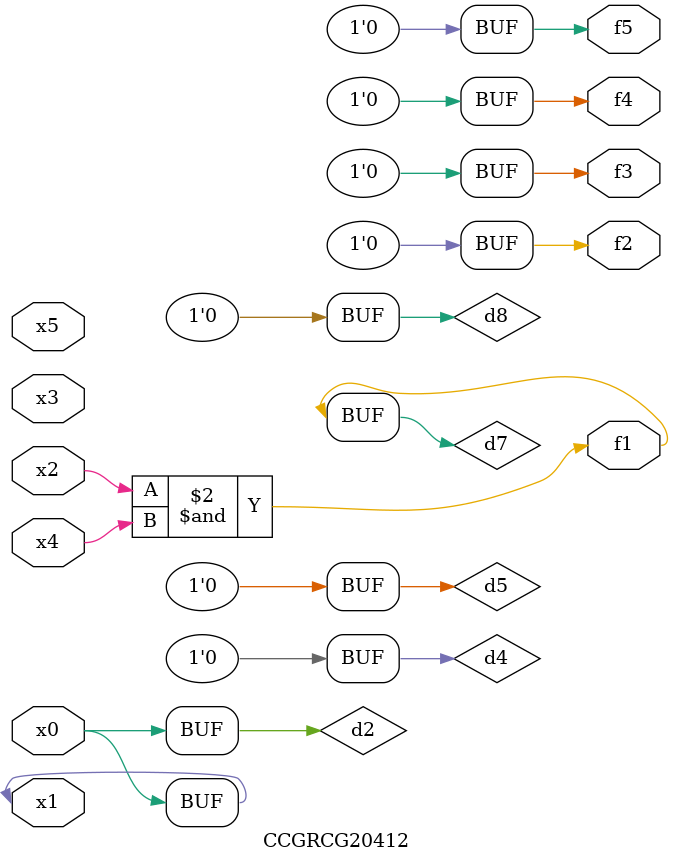
<source format=v>
module CCGRCG20412(
	input x0, x1, x2, x3, x4, x5,
	output f1, f2, f3, f4, f5
);

	wire d1, d2, d3, d4, d5, d6, d7, d8, d9;

	nand (d1, x1);
	buf (d2, x0, x1);
	nand (d3, x2, x4);
	and (d4, d1, d2);
	and (d5, d1, d2);
	nand (d6, d1, d3);
	not (d7, d3);
	xor (d8, d5);
	nor (d9, d5, d6);
	assign f1 = d7;
	assign f2 = d8;
	assign f3 = d8;
	assign f4 = d8;
	assign f5 = d8;
endmodule

</source>
